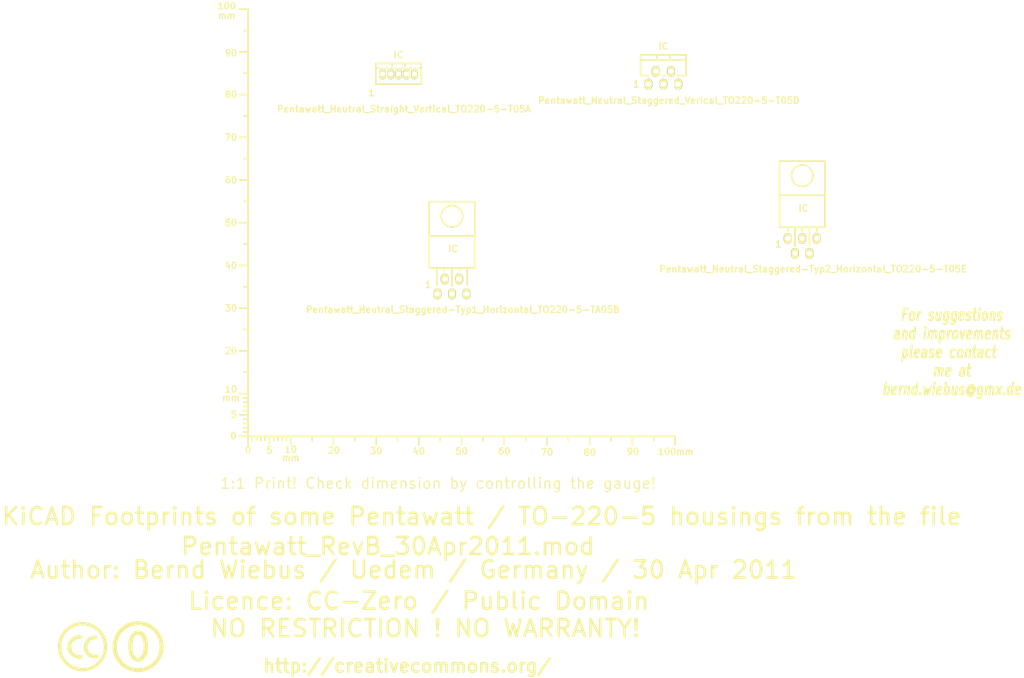
<source format=kicad_pcb>
(kicad_pcb (version 3) (host pcbnew "(2013-03-30 BZR 4007)-stable")

  (general
    (links 0)
    (no_connects 0)
    (area 5.09304 39.804339 263.10494 198.6694)
    (thickness 1.6002)
    (drawings 7)
    (tracks 0)
    (zones 0)
    (modules 7)
    (nets 1)
  )

  (page A4)
  (layers
    (15 Vorderseite signal)
    (0 Rückseite signal)
    (16 B.Adhes user)
    (17 F.Adhes user)
    (18 B.Paste user)
    (19 F.Paste user)
    (20 B.SilkS user)
    (21 F.SilkS user)
    (22 B.Mask user)
    (23 F.Mask user)
    (24 Dwgs.User user)
    (25 Cmts.User user)
    (26 Eco1.User user)
    (27 Eco2.User user)
    (28 Edge.Cuts user)
  )

  (setup
    (last_trace_width 0.2032)
    (trace_clearance 0.254)
    (zone_clearance 0.508)
    (zone_45_only no)
    (trace_min 0.2032)
    (segment_width 0.381)
    (edge_width 0.381)
    (via_size 0.889)
    (via_drill 0.635)
    (via_min_size 0.889)
    (via_min_drill 0.508)
    (uvia_size 0.508)
    (uvia_drill 0.127)
    (uvias_allowed no)
    (uvia_min_size 0.508)
    (uvia_min_drill 0.127)
    (pcb_text_width 0.3048)
    (pcb_text_size 1.524 2.032)
    (mod_edge_width 0.381)
    (mod_text_size 1.524 1.524)
    (mod_text_width 0.3048)
    (pad_size 3.79984 3.79984)
    (pad_drill 3.79984)
    (pad_to_mask_clearance 0.254)
    (aux_axis_origin 0 0)
    (visible_elements 7FFFFFFF)
    (pcbplotparams
      (layerselection 3178497)
      (usegerberextensions true)
      (excludeedgelayer true)
      (linewidth 60)
      (plotframeref false)
      (viasonmask false)
      (mode 1)
      (useauxorigin false)
      (hpglpennumber 1)
      (hpglpenspeed 20)
      (hpglpendiameter 15)
      (hpglpenoverlay 0)
      (psnegative false)
      (psa4output false)
      (plotreference true)
      (plotvalue true)
      (plotothertext true)
      (plotinvisibletext false)
      (padsonsilk false)
      (subtractmaskfromsilk false)
      (outputformat 1)
      (mirror false)
      (drillshape 1)
      (scaleselection 1)
      (outputdirectory ""))
  )

  (net 0 "")

  (net_class Default "Dies ist die voreingestellte Netzklasse."
    (clearance 0.254)
    (trace_width 0.2032)
    (via_dia 0.889)
    (via_drill 0.635)
    (uvia_dia 0.508)
    (uvia_drill 0.127)
    (add_net "")
  )

  (module Gauge_100mm_Type2_SilkScreenTop_RevA_Date22Jun2010 (layer Vorderseite) (tedit 4D963937) (tstamp 4D88F07A)
    (at 81.7499 140.24864)
    (descr "Gauge, Massstab, 100mm, SilkScreenTop, Type 2,")
    (tags "Gauge, Massstab, 100mm, SilkScreenTop, Type 2,")
    (path Gauge_100mm_Type2_SilkScreenTop_RevA_Date22Jun2010)
    (fp_text reference MSC (at 4.0005 8.99922) (layer F.SilkS) hide
      (effects (font (size 1.524 1.524) (thickness 0.3048)))
    )
    (fp_text value Gauge_100mm_Type2_SilkScreenTop_RevA_Date22Jun2010 (at 45.9994 8.99922) (layer F.SilkS) hide
      (effects (font (size 1.524 1.524) (thickness 0.3048)))
    )
    (fp_text user mm (at 9.99998 5.00126) (layer F.SilkS)
      (effects (font (size 1.524 1.524) (thickness 0.3048)))
    )
    (fp_text user mm (at -4.0005 -8.99922) (layer F.SilkS)
      (effects (font (size 1.524 1.524) (thickness 0.3048)))
    )
    (fp_text user mm (at -5.00126 -98.5012) (layer F.SilkS)
      (effects (font (size 1.524 1.524) (thickness 0.3048)))
    )
    (fp_text user 10 (at 10.00506 3.0988) (layer F.SilkS)
      (effects (font (size 1.50114 1.50114) (thickness 0.29972)))
    )
    (fp_text user 0 (at 0.00508 3.19786) (layer F.SilkS)
      (effects (font (size 1.39954 1.50114) (thickness 0.29972)))
    )
    (fp_text user 5 (at 5.0038 3.29946) (layer F.SilkS)
      (effects (font (size 1.50114 1.50114) (thickness 0.29972)))
    )
    (fp_text user 20 (at 20.1041 3.29946) (layer F.SilkS)
      (effects (font (size 1.50114 1.50114) (thickness 0.29972)))
    )
    (fp_text user 30 (at 30.00502 3.39852) (layer F.SilkS)
      (effects (font (size 1.50114 1.50114) (thickness 0.29972)))
    )
    (fp_text user 40 (at 40.005 3.50012) (layer F.SilkS)
      (effects (font (size 1.50114 1.50114) (thickness 0.29972)))
    )
    (fp_text user 50 (at 50.00498 3.50012) (layer F.SilkS)
      (effects (font (size 1.50114 1.50114) (thickness 0.29972)))
    )
    (fp_text user 60 (at 60.00496 3.50012) (layer F.SilkS)
      (effects (font (size 1.50114 1.50114) (thickness 0.29972)))
    )
    (fp_text user 70 (at 70.00494 3.70078) (layer F.SilkS)
      (effects (font (size 1.50114 1.50114) (thickness 0.29972)))
    )
    (fp_text user 80 (at 80.00492 3.79984) (layer F.SilkS)
      (effects (font (size 1.50114 1.50114) (thickness 0.29972)))
    )
    (fp_text user 90 (at 90.1065 3.60172) (layer F.SilkS)
      (effects (font (size 1.50114 1.50114) (thickness 0.29972)))
    )
    (fp_text user 100mm (at 100.10648 3.60172) (layer F.SilkS)
      (effects (font (size 1.50114 1.50114) (thickness 0.29972)))
    )
    (fp_line (start 0 -8.99922) (end -1.00076 -8.99922) (layer F.SilkS) (width 0.381))
    (fp_line (start 0 -8.001) (end -1.00076 -8.001) (layer F.SilkS) (width 0.381))
    (fp_line (start 0 -7.00024) (end -1.00076 -7.00024) (layer F.SilkS) (width 0.381))
    (fp_line (start 0 -5.99948) (end -1.00076 -5.99948) (layer F.SilkS) (width 0.381))
    (fp_line (start 0 -4.0005) (end -1.00076 -4.0005) (layer F.SilkS) (width 0.381))
    (fp_line (start 0 -2.99974) (end -1.00076 -2.99974) (layer F.SilkS) (width 0.381))
    (fp_line (start 0 -1.99898) (end -1.00076 -1.99898) (layer F.SilkS) (width 0.381))
    (fp_line (start 0 -1.00076) (end -1.00076 -1.00076) (layer F.SilkS) (width 0.381))
    (fp_line (start 0 0) (end -1.99898 0) (layer F.SilkS) (width 0.381))
    (fp_line (start 0 -5.00126) (end -1.99898 -5.00126) (layer F.SilkS) (width 0.381))
    (fp_line (start 0 -9.99998) (end -1.99898 -9.99998) (layer F.SilkS) (width 0.381))
    (fp_line (start 0 -15.00124) (end -1.00076 -15.00124) (layer F.SilkS) (width 0.381))
    (fp_line (start 0 -19.99996) (end -1.99898 -19.99996) (layer F.SilkS) (width 0.381))
    (fp_line (start 0 -25.00122) (end -1.00076 -25.00122) (layer F.SilkS) (width 0.381))
    (fp_line (start 0 -29.99994) (end -1.99898 -29.99994) (layer F.SilkS) (width 0.381))
    (fp_line (start 0 -35.0012) (end -1.00076 -35.0012) (layer F.SilkS) (width 0.381))
    (fp_line (start 0 -39.99992) (end -1.99898 -39.99992) (layer F.SilkS) (width 0.381))
    (fp_line (start 0 -45.00118) (end -1.00076 -45.00118) (layer F.SilkS) (width 0.381))
    (fp_line (start 0 -49.9999) (end -1.99898 -49.9999) (layer F.SilkS) (width 0.381))
    (fp_line (start 0 -55.00116) (end -1.00076 -55.00116) (layer F.SilkS) (width 0.381))
    (fp_line (start 0 -59.99988) (end -1.99898 -59.99988) (layer F.SilkS) (width 0.381))
    (fp_line (start 0 -65.00114) (end -1.00076 -65.00114) (layer F.SilkS) (width 0.381))
    (fp_line (start 0 -69.99986) (end -1.99898 -69.99986) (layer F.SilkS) (width 0.381))
    (fp_line (start 0 -75.00112) (end -1.00076 -75.00112) (layer F.SilkS) (width 0.381))
    (fp_line (start 0 -79.99984) (end -1.99898 -79.99984) (layer F.SilkS) (width 0.381))
    (fp_line (start 0 -85.0011) (end -1.00076 -85.0011) (layer F.SilkS) (width 0.381))
    (fp_line (start 0 -89.99982) (end -1.99898 -89.99982) (layer F.SilkS) (width 0.381))
    (fp_line (start 0 -95.00108) (end -1.00076 -95.00108) (layer F.SilkS) (width 0.381))
    (fp_line (start 0 0) (end 0 -99.9998) (layer F.SilkS) (width 0.381))
    (fp_line (start 0 -99.9998) (end -1.99898 -99.9998) (layer F.SilkS) (width 0.381))
    (fp_text user 100 (at -4.99872 -100.7491) (layer F.SilkS)
      (effects (font (size 1.50114 1.50114) (thickness 0.29972)))
    )
    (fp_text user 90 (at -4.0005 -89.7509) (layer F.SilkS)
      (effects (font (size 1.50114 1.50114) (thickness 0.29972)))
    )
    (fp_text user 80 (at -4.0005 -79.99984) (layer F.SilkS)
      (effects (font (size 1.50114 1.50114) (thickness 0.29972)))
    )
    (fp_text user 70 (at -4.0005 -69.99986) (layer F.SilkS)
      (effects (font (size 1.50114 1.50114) (thickness 0.29972)))
    )
    (fp_text user 60 (at -4.0005 -59.99988) (layer F.SilkS)
      (effects (font (size 1.50114 1.50114) (thickness 0.29972)))
    )
    (fp_text user 50 (at -4.0005 -49.9999) (layer F.SilkS)
      (effects (font (size 1.50114 1.50114) (thickness 0.34036)))
    )
    (fp_text user 40 (at -4.0005 -39.99992) (layer F.SilkS)
      (effects (font (size 1.50114 1.50114) (thickness 0.29972)))
    )
    (fp_text user 30 (at -4.0005 -29.99994) (layer F.SilkS)
      (effects (font (size 1.50114 1.50114) (thickness 0.29972)))
    )
    (fp_text user 20 (at -4.0005 -19.99996) (layer F.SilkS)
      (effects (font (size 1.50114 1.50114) (thickness 0.29972)))
    )
    (fp_line (start 95.00108 0) (end 95.00108 1.00076) (layer F.SilkS) (width 0.381))
    (fp_line (start 89.99982 0) (end 89.99982 1.99898) (layer F.SilkS) (width 0.381))
    (fp_line (start 85.0011 0) (end 85.0011 1.00076) (layer F.SilkS) (width 0.381))
    (fp_line (start 79.99984 0) (end 79.99984 1.99898) (layer F.SilkS) (width 0.381))
    (fp_line (start 75.00112 0) (end 75.00112 1.00076) (layer F.SilkS) (width 0.381))
    (fp_line (start 69.99986 0) (end 69.99986 1.99898) (layer F.SilkS) (width 0.381))
    (fp_line (start 65.00114 0) (end 65.00114 1.00076) (layer F.SilkS) (width 0.381))
    (fp_line (start 59.99988 0) (end 59.99988 1.99898) (layer F.SilkS) (width 0.381))
    (fp_line (start 55.00116 0) (end 55.00116 1.00076) (layer F.SilkS) (width 0.381))
    (fp_line (start 49.9999 0) (end 49.9999 1.99898) (layer F.SilkS) (width 0.381))
    (fp_line (start 45.00118 0) (end 45.00118 1.00076) (layer F.SilkS) (width 0.381))
    (fp_line (start 39.99992 0) (end 39.99992 1.99898) (layer F.SilkS) (width 0.381))
    (fp_line (start 35.0012 0) (end 35.0012 1.00076) (layer F.SilkS) (width 0.381))
    (fp_line (start 29.99994 0) (end 29.99994 1.99898) (layer F.SilkS) (width 0.381))
    (fp_line (start 25.00122 0) (end 25.00122 1.00076) (layer F.SilkS) (width 0.381))
    (fp_line (start 19.99996 0) (end 19.99996 1.99898) (layer F.SilkS) (width 0.381))
    (fp_line (start 15.00124 0) (end 15.00124 1.00076) (layer F.SilkS) (width 0.381))
    (fp_line (start 9.99998 0) (end 99.9998 0) (layer F.SilkS) (width 0.381))
    (fp_line (start 99.9998 0) (end 99.9998 1.99898) (layer F.SilkS) (width 0.381))
    (fp_text user 5 (at -3.302 -5.10286) (layer F.SilkS)
      (effects (font (size 1.50114 1.50114) (thickness 0.29972)))
    )
    (fp_text user 0 (at -3.4036 -0.10414) (layer F.SilkS)
      (effects (font (size 1.50114 1.50114) (thickness 0.29972)))
    )
    (fp_text user 10 (at -4.0005 -11.00074) (layer F.SilkS)
      (effects (font (size 1.50114 1.50114) (thickness 0.29972)))
    )
    (fp_line (start 8.99922 0) (end 8.99922 1.00076) (layer F.SilkS) (width 0.381))
    (fp_line (start 8.001 0) (end 8.001 1.00076) (layer F.SilkS) (width 0.381))
    (fp_line (start 7.00024 0) (end 7.00024 1.00076) (layer F.SilkS) (width 0.381))
    (fp_line (start 5.99948 0) (end 5.99948 1.00076) (layer F.SilkS) (width 0.381))
    (fp_line (start 4.0005 0) (end 4.0005 1.00076) (layer F.SilkS) (width 0.381))
    (fp_line (start 2.99974 0) (end 2.99974 1.00076) (layer F.SilkS) (width 0.381))
    (fp_line (start 1.99898 0) (end 1.99898 1.00076) (layer F.SilkS) (width 0.381))
    (fp_line (start 1.00076 0) (end 1.00076 1.00076) (layer F.SilkS) (width 0.381))
    (fp_line (start 5.00126 0) (end 5.00126 1.99898) (layer F.SilkS) (width 0.381))
    (fp_line (start 0 0) (end 0 1.99898) (layer F.SilkS) (width 0.381))
    (fp_line (start 0 0) (end 9.99998 0) (layer F.SilkS) (width 0.381))
    (fp_line (start 9.99998 0) (end 9.99998 1.99898) (layer F.SilkS) (width 0.381))
  )

  (module Pentawatt_Neutral_Straight_Vertical_TO220-5-T05A (layer Vorderseite) (tedit 4DBC26C8) (tstamp 4DBC264F)
    (at 117.00002 55.99938)
    (descr Pentawatt_Neutral_Straight_Vertical_TO220-5-T05A)
    (tags Pentawatt_Neutral_Straight_Vertical_TO220-5-T05A)
    (path Pentawatt_Neutral_Straight_Vertical_TO220-5-T05A)
    (fp_text reference IC (at 0 -5.08) (layer F.SilkS)
      (effects (font (size 1.524 1.524) (thickness 0.3048)))
    )
    (fp_text value Pentawatt_Neutral_Straight_Vertical_TO220-5-T05A (at 1.27 7.62) (layer F.SilkS)
      (effects (font (size 1.524 1.524) (thickness 0.3048)))
    )
    (fp_line (start 4.59994 -1.99898) (end 5.30098 -1.99898) (layer F.SilkS) (width 0.381))
    (fp_line (start 2.60096 -1.99898) (end 2.90068 -1.99898) (layer F.SilkS) (width 0.381))
    (fp_line (start 0.8001 -1.99898) (end 1.00076 -1.99898) (layer F.SilkS) (width 0.381))
    (fp_line (start -0.89916 -1.99898) (end -0.8001 -1.99898) (layer F.SilkS) (width 0.381))
    (fp_line (start -2.79908 -1.99898) (end -2.70002 -1.99898) (layer F.SilkS) (width 0.381))
    (fp_line (start -5.30098 -1.99898) (end -4.59994 -1.99898) (layer F.SilkS) (width 0.381))
    (fp_line (start 1.50114 -2.99974) (end 1.50114 -2.30124) (layer F.SilkS) (width 0.381))
    (fp_line (start -1.50114 -2.99974) (end -1.50114 -2.30124) (layer F.SilkS) (width 0.381))
    (fp_line (start -5.30098 1.80086) (end 5.30098 1.80086) (layer F.SilkS) (width 0.381))
    (fp_text user 1 (at -6.35 3.81) (layer F.SilkS)
      (effects (font (size 1.524 1.524) (thickness 0.3048)))
    )
    (fp_line (start 5.334 -1.905) (end 5.334 1.778) (layer F.SilkS) (width 0.381))
    (fp_line (start -5.334 1.778) (end -5.334 -1.905) (layer F.SilkS) (width 0.381))
    (fp_line (start 5.334 -3.048) (end 5.334 -1.905) (layer F.SilkS) (width 0.381))
    (fp_line (start -5.334 -1.905) (end -5.334 -3.048) (layer F.SilkS) (width 0.381))
    (fp_line (start 0 -3.048) (end -5.334 -3.048) (layer F.SilkS) (width 0.381))
    (fp_line (start 0 -3.048) (end 5.334 -3.048) (layer F.SilkS) (width 0.381))
    (pad 3 thru_hole oval (at 0 -0.59944 90) (size 2.49936 1.50114) (drill 1.09982)
      (layers *.Cu *.Mask F.SilkS)
    )
    (pad 1 thru_hole oval (at -3.70078 -0.59944 90) (size 2.49936 1.50114) (drill 1.09982)
      (layers *.Cu *.Mask F.SilkS)
    )
    (pad 5 thru_hole oval (at 3.70078 -0.59944 90) (size 2.49936 1.50114) (drill 1.09982)
      (layers *.Cu *.Mask F.SilkS)
    )
    (pad 4 thru_hole oval (at 1.80086 -0.59944 90) (size 2.49936 1.50114) (drill 1.09982)
      (layers *.Cu *.Mask F.SilkS)
    )
    (pad 2 thru_hole oval (at -1.80086 -0.59944 90) (size 2.49936 1.50114) (drill 1.09982)
      (layers *.Cu *.Mask F.SilkS)
    )
    (model TO220-5_Pentawatt_Wings3d_RevA_24Oct2012/TO220-5_TO5A_Pentawatt_Vertical_Inline_RevA_Faktor03937_24Oct2012.wrl
      (at (xyz 0 0 0))
      (scale (xyz 0.3937 0.3937 0.3937))
      (rotate (xyz 0 0 0))
    )
  )

  (module Pentawatt_Neutral_Staggered_Verical_TO220-5-T05D (layer Vorderseite) (tedit 4DBC26D0) (tstamp 4DBC2666)
    (at 178.99888 54.0004)
    (descr "Pentawatt, Neutral, Staggered, Verical, TO220-5, T05D,")
    (tags "Pentawatt, Neutral, Staggered, Verical, TO220-5, T05D,")
    (path Pentawatt_Vertical)
    (fp_text reference IC (at 0 -5.08) (layer F.SilkS)
      (effects (font (size 1.524 1.524) (thickness 0.3048)))
    )
    (fp_text value Pentawatt_Neutral_Staggered_Verical_TO220-5-T05D (at 1.27 7.62) (layer F.SilkS)
      (effects (font (size 1.524 1.524) (thickness 0.3048)))
    )
    (fp_text user 1 (at -6.35 3.81) (layer F.SilkS)
      (effects (font (size 1.524 1.524) (thickness 0.3048)))
    )
    (fp_line (start 3.302 1.778) (end 5.334 1.778) (layer F.SilkS) (width 0.381))
    (fp_line (start -0.508 1.778) (end 0.508 1.778) (layer F.SilkS) (width 0.381))
    (fp_line (start -5.334 1.778) (end -3.429 1.778) (layer F.SilkS) (width 0.381))
    (fp_line (start -1.524 -3.048) (end -1.524 -1.905) (layer F.SilkS) (width 0.381))
    (fp_line (start 1.524 -3.048) (end 1.524 -1.905) (layer F.SilkS) (width 0.381))
    (fp_line (start 5.334 -1.905) (end 5.334 1.778) (layer F.SilkS) (width 0.381))
    (fp_line (start -5.334 1.778) (end -5.334 -1.905) (layer F.SilkS) (width 0.381))
    (fp_line (start 5.334 -3.048) (end 5.334 -1.905) (layer F.SilkS) (width 0.381))
    (fp_line (start 5.334 -1.905) (end -5.334 -1.905) (layer F.SilkS) (width 0.381))
    (fp_line (start -5.334 -1.905) (end -5.334 -3.048) (layer F.SilkS) (width 0.381))
    (fp_line (start 0 -3.048) (end -5.334 -3.048) (layer F.SilkS) (width 0.381))
    (fp_line (start 0 -3.048) (end 5.334 -3.048) (layer F.SilkS) (width 0.381))
    (pad 3 thru_hole oval (at 0 3.79984 90) (size 2.49936 1.80086) (drill 1.19888)
      (layers *.Cu *.Mask F.SilkS)
    )
    (pad 1 thru_hole oval (at -3.50012 3.79984 90) (size 2.49936 1.80086) (drill 1.19888)
      (layers *.Cu *.Mask F.SilkS)
    )
    (pad 5 thru_hole oval (at 3.50012 3.79984 90) (size 2.49936 1.80086) (drill 1.19888)
      (layers *.Cu *.Mask F.SilkS)
    )
    (pad 4 thru_hole oval (at 1.80086 0.8001 90) (size 2.49936 1.80086) (drill 1.19888)
      (layers *.Cu *.Mask F.SilkS)
    )
    (pad 2 thru_hole oval (at -1.80086 0.8001 90) (size 2.49936 1.80086) (drill 1.19888)
      (layers *.Cu *.Mask F.SilkS)
    )
    (model TO220-5_Pentawatt_Wings3d_RevA_24Oct2012/TO220-5_TO5D_Pentawatt_Vertical_Staggered_RevA_Faktor03937_24Oct2012.wrl
      (at (xyz 0 0 0))
      (scale (xyz 0.3937 0.3937 0.3937))
      (rotate (xyz 0 0 0))
    )
  )

  (module Symbol_CC-PublicDomain_SilkScreenTop_Big (layer Vorderseite) (tedit 515D641F) (tstamp 515F0B64)
    (at 56 189.5)
    (descr "Symbol, CC-PublicDomain, SilkScreen Top, Big,")
    (tags "Symbol, CC-PublicDomain, SilkScreen Top, Big,")
    (path Symbol_CC-Noncommercial_CopperTop_Big)
    (fp_text reference Sym (at 0.59944 -7.29996) (layer F.SilkS) hide
      (effects (font (size 1.524 1.524) (thickness 0.3048)))
    )
    (fp_text value Symbol_CC-PublicDomain_SilkScreenTop_Big (at 0.59944 8.001) (layer F.SilkS) hide
      (effects (font (size 1.524 1.524) (thickness 0.3048)))
    )
    (fp_circle (center 0 0) (end 5.8 -0.05) (layer F.SilkS) (width 0.381))
    (fp_circle (center 0 0) (end 5.5 0) (layer F.SilkS) (width 0.381))
    (fp_circle (center 0.05 0) (end 5.25 0) (layer F.SilkS) (width 0.381))
    (fp_line (start 1.1 -2.5) (end 1.4 -1.9) (layer F.SilkS) (width 0.381))
    (fp_line (start -1.8 1.2) (end -1.6 1.9) (layer F.SilkS) (width 0.381))
    (fp_line (start -1.6 1.9) (end -1.2 2.5) (layer F.SilkS) (width 0.381))
    (fp_line (start 0 -3) (end 0.75 -2.75) (layer F.SilkS) (width 0.381))
    (fp_line (start 0.75 -2.75) (end 1 -2.25) (layer F.SilkS) (width 0.381))
    (fp_line (start 1 -2.25) (end 1.5 -1) (layer F.SilkS) (width 0.381))
    (fp_line (start 1.5 -1) (end 1.5 -0.5) (layer F.SilkS) (width 0.381))
    (fp_line (start 1.5 -0.5) (end 1.5 0.5) (layer F.SilkS) (width 0.381))
    (fp_line (start 1.5 0.5) (end 1.25 1.5) (layer F.SilkS) (width 0.381))
    (fp_line (start 1.25 1.5) (end 0.75 2.5) (layer F.SilkS) (width 0.381))
    (fp_line (start 0.75 2.5) (end 0.25 2.75) (layer F.SilkS) (width 0.381))
    (fp_line (start 0.25 2.75) (end -0.25 2.75) (layer F.SilkS) (width 0.381))
    (fp_line (start -0.25 2.75) (end -0.75 2.5) (layer F.SilkS) (width 0.381))
    (fp_line (start -0.75 2.5) (end -1.25 1.75) (layer F.SilkS) (width 0.381))
    (fp_line (start -1.25 1.75) (end -1.5 0.75) (layer F.SilkS) (width 0.381))
    (fp_line (start -1.5 0.75) (end -1.5 -0.75) (layer F.SilkS) (width 0.381))
    (fp_line (start -1.5 -0.75) (end -1.25 -1.75) (layer F.SilkS) (width 0.381))
    (fp_line (start -1.25 -1.75) (end -1 -2.5) (layer F.SilkS) (width 0.381))
    (fp_line (start -1 -2.5) (end -0.3 -2.9) (layer F.SilkS) (width 0.381))
    (fp_line (start -0.3 -2.9) (end 0.2 -3) (layer F.SilkS) (width 0.381))
    (fp_line (start 0.2 -3) (end 0.8 -3) (layer F.SilkS) (width 0.381))
    (fp_line (start 0.8 -3) (end 1.4 -2.3) (layer F.SilkS) (width 0.381))
    (fp_line (start 1.4 -2.3) (end 1.6 -1.4) (layer F.SilkS) (width 0.381))
    (fp_line (start 1.6 -1.4) (end 1.7 -0.3) (layer F.SilkS) (width 0.381))
    (fp_line (start 1.7 -0.3) (end 1.7 0.9) (layer F.SilkS) (width 0.381))
    (fp_line (start 1.7 0.9) (end 1.4 1.8) (layer F.SilkS) (width 0.381))
    (fp_line (start 1.4 1.8) (end 1 2.7) (layer F.SilkS) (width 0.381))
    (fp_line (start 1 2.7) (end 0.5 3) (layer F.SilkS) (width 0.381))
    (fp_line (start 0.5 3) (end -0.4 3) (layer F.SilkS) (width 0.381))
    (fp_line (start -0.4 3) (end -1.3 2.3) (layer F.SilkS) (width 0.381))
    (fp_line (start -1.3 2.3) (end -1.7 1) (layer F.SilkS) (width 0.381))
    (fp_line (start -1.7 1) (end -1.8 -0.7) (layer F.SilkS) (width 0.381))
    (fp_line (start -1.8 -0.7) (end -1.4 -2.2) (layer F.SilkS) (width 0.381))
    (fp_line (start -1.4 -2.2) (end -1 -2.9) (layer F.SilkS) (width 0.381))
    (fp_line (start -1 -2.9) (end -0.2 -3.3) (layer F.SilkS) (width 0.381))
    (fp_line (start -0.2 -3.3) (end 0.7 -3.2) (layer F.SilkS) (width 0.381))
    (fp_line (start 0.7 -3.2) (end 1.3 -3.1) (layer F.SilkS) (width 0.381))
    (fp_line (start 1.3 -3.1) (end 1.7 -2.4) (layer F.SilkS) (width 0.381))
    (fp_line (start 1.7 -2.4) (end 2 -1.6) (layer F.SilkS) (width 0.381))
    (fp_line (start 2 -1.6) (end 2.1 -0.6) (layer F.SilkS) (width 0.381))
    (fp_line (start 2.1 -0.6) (end 2.1 0.3) (layer F.SilkS) (width 0.381))
    (fp_line (start 2.1 0.3) (end 2.1 1.3) (layer F.SilkS) (width 0.381))
    (fp_line (start 2.1 1.3) (end 1.9 1.8) (layer F.SilkS) (width 0.381))
    (fp_line (start 1.9 1.8) (end 1.5 2.6) (layer F.SilkS) (width 0.381))
    (fp_line (start 1.5 2.6) (end 1.1 3) (layer F.SilkS) (width 0.381))
    (fp_line (start 1.1 3) (end 0.4 3.3) (layer F.SilkS) (width 0.381))
    (fp_line (start 0.4 3.3) (end -0.1 3.4) (layer F.SilkS) (width 0.381))
    (fp_line (start -0.1 3.4) (end -0.8 3.2) (layer F.SilkS) (width 0.381))
    (fp_line (start -0.8 3.2) (end -1.5 2.6) (layer F.SilkS) (width 0.381))
    (fp_line (start -1.5 2.6) (end -1.9 1.7) (layer F.SilkS) (width 0.381))
    (fp_line (start -1.9 1.7) (end -2.1 0.4) (layer F.SilkS) (width 0.381))
    (fp_line (start -2.1 0.4) (end -2.1 -0.6) (layer F.SilkS) (width 0.381))
    (fp_line (start -2.1 -0.6) (end -2 -1.6) (layer F.SilkS) (width 0.381))
    (fp_line (start -2 -1.6) (end -1.7 -2.4) (layer F.SilkS) (width 0.381))
    (fp_line (start -1.7 -2.4) (end -1.2 -3.1) (layer F.SilkS) (width 0.381))
    (fp_line (start -1.2 -3.1) (end -0.4 -3.6) (layer F.SilkS) (width 0.381))
    (fp_line (start -0.4 -3.6) (end 0.4 -3.6) (layer F.SilkS) (width 0.381))
    (fp_line (start 0.4 -3.6) (end 1.1 -3.2) (layer F.SilkS) (width 0.381))
    (fp_line (start 1.1 -3.2) (end 1.1 -2.9) (layer F.SilkS) (width 0.381))
    (fp_line (start 1.1 -2.9) (end 1.8 -1.5) (layer F.SilkS) (width 0.381))
    (fp_line (start 1.8 -1.5) (end 1.8 -0.4) (layer F.SilkS) (width 0.381))
    (fp_line (start 1.8 -0.4) (end 1.8 1.1) (layer F.SilkS) (width 0.381))
    (fp_line (start 1.8 1.1) (end 1.2 2.6) (layer F.SilkS) (width 0.381))
    (fp_line (start 1.2 2.6) (end 0.2 3.2) (layer F.SilkS) (width 0.381))
    (fp_line (start 0.2 3.2) (end -0.5 3.2) (layer F.SilkS) (width 0.381))
    (fp_line (start -0.5 3.2) (end -1.1 2.7) (layer F.SilkS) (width 0.381))
    (fp_line (start -1.1 2.7) (end -1.9 0.6) (layer F.SilkS) (width 0.381))
    (fp_line (start -1.9 0.6) (end -1.7 -1.9) (layer F.SilkS) (width 0.381))
  )

  (module Symbol_CreativeCommons_SilkScreenTop_Type2_Big (layer Vorderseite) (tedit 515D640C) (tstamp 515D6AF0)
    (at 43 189.5)
    (descr "Symbol, Creative Commons, SilkScreen Top, Type 2, Big,")
    (tags "Symbol, Creative Commons, SilkScreen Top, Type 2, Big,")
    (path Symbol_CreativeCommons_CopperTop_Type2_Big)
    (fp_text reference Sym (at 0.59944 -7.29996) (layer F.SilkS) hide
      (effects (font (size 1.524 1.524) (thickness 0.3048)))
    )
    (fp_text value Symbol_CreativeCommons_Typ2_SilkScreenTop_Big (at 0.59944 8.001) (layer F.SilkS) hide
      (effects (font (size 1.524 1.524) (thickness 0.3048)))
    )
    (fp_line (start -0.70104 2.70002) (end -0.29972 2.60096) (layer F.SilkS) (width 0.381))
    (fp_line (start -0.29972 2.60096) (end -0.20066 2.10058) (layer F.SilkS) (width 0.381))
    (fp_line (start -2.49936 -1.69926) (end -2.70002 -1.6002) (layer F.SilkS) (width 0.381))
    (fp_line (start -2.70002 -1.6002) (end -3.0988 -1.00076) (layer F.SilkS) (width 0.381))
    (fp_line (start -3.0988 -1.00076) (end -3.29946 -0.50038) (layer F.SilkS) (width 0.381))
    (fp_line (start -3.29946 -0.50038) (end -3.40106 0.39878) (layer F.SilkS) (width 0.381))
    (fp_line (start -3.40106 0.39878) (end -3.29946 0.89916) (layer F.SilkS) (width 0.381))
    (fp_line (start -0.19812 2.4003) (end -0.29718 2.59842) (layer F.SilkS) (width 0.381))
    (fp_line (start 3.70078 2.10058) (end 3.79984 2.4003) (layer F.SilkS) (width 0.381))
    (fp_line (start 2.99974 -2.4003) (end 3.29946 -2.30124) (layer F.SilkS) (width 0.381))
    (fp_line (start 3.29946 -2.30124) (end 3.0988 -1.99898) (layer F.SilkS) (width 0.381))
    (fp_line (start 0 -5.40004) (end -0.50038 -5.40004) (layer F.SilkS) (width 0.381))
    (fp_line (start -0.50038 -5.40004) (end -1.30048 -5.10032) (layer F.SilkS) (width 0.381))
    (fp_line (start -1.30048 -5.10032) (end -1.99898 -4.89966) (layer F.SilkS) (width 0.381))
    (fp_line (start -1.99898 -4.89966) (end -2.70002 -4.699) (layer F.SilkS) (width 0.381))
    (fp_line (start -2.70002 -4.699) (end -3.29946 -4.20116) (layer F.SilkS) (width 0.381))
    (fp_line (start -3.29946 -4.20116) (end -4.0005 -3.59918) (layer F.SilkS) (width 0.381))
    (fp_line (start -4.0005 -3.59918) (end -4.50088 -2.99974) (layer F.SilkS) (width 0.381))
    (fp_line (start -4.50088 -2.99974) (end -5.00126 -2.10058) (layer F.SilkS) (width 0.381))
    (fp_line (start -5.00126 -2.10058) (end -5.30098 -1.09982) (layer F.SilkS) (width 0.381))
    (fp_line (start -5.30098 -1.09982) (end -5.40004 0.09906) (layer F.SilkS) (width 0.381))
    (fp_line (start -5.40004 0.09906) (end -5.19938 1.30048) (layer F.SilkS) (width 0.381))
    (fp_line (start -5.19938 1.30048) (end -4.8006 2.4003) (layer F.SilkS) (width 0.381))
    (fp_line (start -4.8006 2.4003) (end -3.79984 3.8989) (layer F.SilkS) (width 0.381))
    (fp_line (start -3.79984 3.8989) (end -2.60096 4.8006) (layer F.SilkS) (width 0.381))
    (fp_line (start -2.60096 4.8006) (end -1.30048 5.30098) (layer F.SilkS) (width 0.381))
    (fp_line (start -1.30048 5.30098) (end 0.09906 5.30098) (layer F.SilkS) (width 0.381))
    (fp_line (start 0.09906 5.30098) (end 1.6002 5.19938) (layer F.SilkS) (width 0.381))
    (fp_line (start 1.6002 5.19938) (end 2.60096 4.699) (layer F.SilkS) (width 0.381))
    (fp_line (start 2.60096 4.699) (end 4.20116 3.40106) (layer F.SilkS) (width 0.381))
    (fp_line (start 4.20116 3.40106) (end 5.00126 1.80086) (layer F.SilkS) (width 0.381))
    (fp_line (start 5.00126 1.80086) (end 5.40004 0.29972) (layer F.SilkS) (width 0.381))
    (fp_line (start 5.40004 0.29972) (end 5.19938 -1.39954) (layer F.SilkS) (width 0.381))
    (fp_line (start 5.19938 -1.39954) (end 4.699 -2.49936) (layer F.SilkS) (width 0.381))
    (fp_line (start 4.699 -2.49936) (end 3.40106 -4.09956) (layer F.SilkS) (width 0.381))
    (fp_line (start 3.40106 -4.09956) (end 2.4003 -4.8006) (layer F.SilkS) (width 0.381))
    (fp_line (start 2.4003 -4.8006) (end 1.39954 -5.19938) (layer F.SilkS) (width 0.381))
    (fp_line (start 1.39954 -5.19938) (end 0 -5.30098) (layer F.SilkS) (width 0.381))
    (fp_line (start 0.60198 -0.70104) (end 0.50292 -0.20066) (layer F.SilkS) (width 0.381))
    (fp_line (start 0.50292 -0.20066) (end 0.50292 0.49784) (layer F.SilkS) (width 0.381))
    (fp_line (start 0.50292 0.49784) (end 0.60198 1.09982) (layer F.SilkS) (width 0.381))
    (fp_line (start 0.60198 1.09982) (end 1.00076 1.69926) (layer F.SilkS) (width 0.381))
    (fp_line (start 1.00076 1.69926) (end 1.50114 2.19964) (layer F.SilkS) (width 0.381))
    (fp_line (start 1.50114 2.19964) (end 2.10058 2.49936) (layer F.SilkS) (width 0.381))
    (fp_line (start 2.10058 2.49936) (end 2.60096 2.59842) (layer F.SilkS) (width 0.381))
    (fp_line (start 2.60096 2.59842) (end 3.00228 2.59842) (layer F.SilkS) (width 0.381))
    (fp_line (start 3.00228 2.59842) (end 3.40106 2.59842) (layer F.SilkS) (width 0.381))
    (fp_line (start 3.40106 2.59842) (end 3.80238 2.49936) (layer F.SilkS) (width 0.381))
    (fp_line (start 3.80238 2.49936) (end 3.70078 2.2987) (layer F.SilkS) (width 0.381))
    (fp_line (start 3.70078 2.2987) (end 2.80162 2.4003) (layer F.SilkS) (width 0.381))
    (fp_line (start 2.80162 2.4003) (end 1.80086 2.09804) (layer F.SilkS) (width 0.381))
    (fp_line (start 1.80086 2.09804) (end 1.20142 1.6002) (layer F.SilkS) (width 0.381))
    (fp_line (start 1.20142 1.6002) (end 0.80264 0.6985) (layer F.SilkS) (width 0.381))
    (fp_line (start 0.80264 0.6985) (end 0.70104 -0.29972) (layer F.SilkS) (width 0.381))
    (fp_line (start 0.70104 -0.29972) (end 1.00076 -1.00076) (layer F.SilkS) (width 0.381))
    (fp_line (start 1.00076 -1.00076) (end 1.60274 -1.7018) (layer F.SilkS) (width 0.381))
    (fp_line (start 1.60274 -1.7018) (end 2.30124 -2.10058) (layer F.SilkS) (width 0.381))
    (fp_line (start 2.30124 -2.10058) (end 3.00228 -2.10058) (layer F.SilkS) (width 0.381))
    (fp_line (start 3.00228 -2.10058) (end 3.10134 -1.89992) (layer F.SilkS) (width 0.381))
    (fp_line (start 3.10134 -1.89992) (end 2.5019 -1.89992) (layer F.SilkS) (width 0.381))
    (fp_line (start 2.5019 -1.89992) (end 1.80086 -1.6002) (layer F.SilkS) (width 0.381))
    (fp_line (start 1.80086 -1.6002) (end 1.30048 -1.00076) (layer F.SilkS) (width 0.381))
    (fp_line (start 1.30048 -1.00076) (end 1.00076 -0.40132) (layer F.SilkS) (width 0.381))
    (fp_line (start 1.00076 -0.40132) (end 1.00076 0.09906) (layer F.SilkS) (width 0.381))
    (fp_line (start 1.00076 0.09906) (end 1.00076 0.6985) (layer F.SilkS) (width 0.381))
    (fp_line (start 1.00076 0.6985) (end 1.30048 1.19888) (layer F.SilkS) (width 0.381))
    (fp_line (start 1.30048 1.19888) (end 1.7018 1.69926) (layer F.SilkS) (width 0.381))
    (fp_line (start 1.7018 1.69926) (end 2.30124 1.99898) (layer F.SilkS) (width 0.381))
    (fp_line (start 2.30124 1.99898) (end 2.90068 2.09804) (layer F.SilkS) (width 0.381))
    (fp_line (start 2.90068 2.09804) (end 3.40106 2.09804) (layer F.SilkS) (width 0.381))
    (fp_line (start 3.40106 2.09804) (end 3.70078 1.99898) (layer F.SilkS) (width 0.381))
    (fp_line (start 3.00228 -2.4003) (end 2.40284 -2.4003) (layer F.SilkS) (width 0.381))
    (fp_line (start 2.40284 -2.4003) (end 2.00152 -2.20218) (layer F.SilkS) (width 0.381))
    (fp_line (start 2.00152 -2.20218) (end 1.50114 -2.00152) (layer F.SilkS) (width 0.381))
    (fp_line (start 1.50114 -2.00152) (end 1.10236 -1.6002) (layer F.SilkS) (width 0.381))
    (fp_line (start 1.10236 -1.6002) (end 0.80264 -1.09982) (layer F.SilkS) (width 0.381))
    (fp_line (start 0.80264 -1.09982) (end 0.60198 -0.70104) (layer F.SilkS) (width 0.381))
    (fp_line (start -0.39878 -1.99898) (end -0.89916 -1.99898) (layer F.SilkS) (width 0.381))
    (fp_line (start -0.89916 -1.99898) (end -1.39954 -1.89738) (layer F.SilkS) (width 0.381))
    (fp_line (start -1.39954 -1.89738) (end -1.89992 -1.59766) (layer F.SilkS) (width 0.381))
    (fp_line (start -1.89992 -1.59766) (end -2.4003 -1.19888) (layer F.SilkS) (width 0.381))
    (fp_line (start -2.4003 -1.30048) (end -2.70002 -0.8001) (layer F.SilkS) (width 0.381))
    (fp_line (start -2.70002 -0.8001) (end -2.79908 -0.29972) (layer F.SilkS) (width 0.381))
    (fp_line (start -2.79908 -0.29972) (end -2.79908 0.20066) (layer F.SilkS) (width 0.381))
    (fp_line (start -2.79908 0.20066) (end -2.59842 1.00076) (layer F.SilkS) (width 0.381))
    (fp_line (start -2.69748 1.00076) (end -2.39776 1.39954) (layer F.SilkS) (width 0.381))
    (fp_line (start -2.29616 1.4986) (end -1.79578 1.89992) (layer F.SilkS) (width 0.381))
    (fp_line (start -1.79578 1.89992) (end -1.29794 2.09804) (layer F.SilkS) (width 0.381))
    (fp_line (start -1.29794 2.09804) (end -0.89662 2.19964) (layer F.SilkS) (width 0.381))
    (fp_line (start -0.89662 2.19964) (end -0.49784 2.19964) (layer F.SilkS) (width 0.381))
    (fp_line (start -0.49784 2.19964) (end -0.19812 2.09804) (layer F.SilkS) (width 0.381))
    (fp_line (start -0.19812 2.09804) (end -0.29718 2.4003) (layer F.SilkS) (width 0.381))
    (fp_line (start -0.29718 2.4003) (end -0.89662 2.49936) (layer F.SilkS) (width 0.381))
    (fp_line (start -0.89662 2.49936) (end -1.59766 2.2987) (layer F.SilkS) (width 0.381))
    (fp_line (start -1.59766 2.2987) (end -2.29616 1.79832) (layer F.SilkS) (width 0.381))
    (fp_line (start -2.29616 1.79832) (end -2.79654 1.29794) (layer F.SilkS) (width 0.381))
    (fp_line (start -2.79908 1.39954) (end -2.99974 0.70104) (layer F.SilkS) (width 0.381))
    (fp_line (start -2.99974 0.70104) (end -3.0988 0) (layer F.SilkS) (width 0.381))
    (fp_line (start -3.0988 0) (end -2.99974 -0.59944) (layer F.SilkS) (width 0.381))
    (fp_line (start -2.99974 -0.8001) (end -2.70002 -1.30048) (layer F.SilkS) (width 0.381))
    (fp_line (start -2.70002 -1.09982) (end -2.19964 -1.6002) (layer F.SilkS) (width 0.381))
    (fp_line (start -2.19964 -1.69926) (end -1.69926 -1.99898) (layer F.SilkS) (width 0.381))
    (fp_line (start -1.69926 -1.99898) (end -1.19888 -2.19964) (layer F.SilkS) (width 0.381))
    (fp_line (start -1.19888 -2.19964) (end -0.6985 -2.19964) (layer F.SilkS) (width 0.381))
    (fp_line (start -0.6985 -2.19964) (end -0.29972 -2.19964) (layer F.SilkS) (width 0.381))
    (fp_line (start -0.29972 -2.19964) (end -0.20066 -2.39776) (layer F.SilkS) (width 0.381))
    (fp_line (start -0.20066 -2.39776) (end -0.59944 -2.49936) (layer F.SilkS) (width 0.381))
    (fp_line (start -0.59944 -2.49936) (end -1.00076 -2.49936) (layer F.SilkS) (width 0.381))
    (fp_line (start -1.00076 -2.49936) (end -1.4986 -2.39776) (layer F.SilkS) (width 0.381))
    (fp_line (start -1.4986 -2.39776) (end -2.10058 -2.09804) (layer F.SilkS) (width 0.381))
    (fp_line (start -2.10058 -2.09804) (end -2.59842 -1.69926) (layer F.SilkS) (width 0.381))
    (fp_line (start -2.59842 -1.6002) (end -3.0988 -0.89916) (layer F.SilkS) (width 0.381))
    (fp_line (start -3.0988 -0.89916) (end -3.29946 -0.29972) (layer F.SilkS) (width 0.381))
    (fp_line (start -3.29946 -0.29972) (end -3.29946 0.40132) (layer F.SilkS) (width 0.381))
    (fp_line (start -3.29946 0.40132) (end -3.2004 1.00076) (layer F.SilkS) (width 0.381))
    (fp_line (start -3.29946 0.8001) (end -2.99974 1.39954) (layer F.SilkS) (width 0.381))
    (fp_line (start -2.89814 1.4986) (end -2.49682 1.99898) (layer F.SilkS) (width 0.381))
    (fp_line (start -2.49682 1.99898) (end -1.89738 2.4003) (layer F.SilkS) (width 0.381))
    (fp_line (start -1.89738 2.4003) (end -1.19634 2.59842) (layer F.SilkS) (width 0.381))
    (fp_line (start -1.19634 2.59842) (end -0.69596 2.70002) (layer F.SilkS) (width 0.381))
    (fp_line (start -2.9972 1.19888) (end -2.59842 1.19888) (layer F.SilkS) (width 0.381))
    (fp_circle (center 0 0) (end 5.08 1.016) (layer F.SilkS) (width 0.381))
    (fp_circle (center 0 0) (end 5.588 0) (layer F.SilkS) (width 0.381))
  )

  (module Pentawatt_Neutral_Staggered-Typ1_Horizontal_TO220-5-TA05B (layer Vorderseite) (tedit 51B075D4) (tstamp 51B078ED)
    (at 129.5 105.5)
    (descr "Pentawatt, Neutral, Staggered Typ 1, Horizontal, TO220-5, TA05B,")
    (tags "Pentawatt, Neutral, Staggered Typ 1, Horizontal, TO220-5, TA05B,")
    (fp_text reference IC (at 0.254 -9.144) (layer F.SilkS)
      (effects (font (size 1.524 1.524) (thickness 0.3048)))
    )
    (fp_text value Pentawatt_Neutral_Staggered-Typ1_Horizontal_TO220-5-TA05B (at 2.54 5.08) (layer F.SilkS)
      (effects (font (size 1.524 1.524) (thickness 0.3048)))
    )
    (fp_text user 1 (at -5.588 -0.762) (layer F.SilkS)
      (effects (font (size 1.524 1.524) (thickness 0.3048)))
    )
    (fp_line (start 0 -4.572) (end 0 -0.508) (layer F.SilkS) (width 0.381))
    (fp_line (start -3.556 -4.826) (end -3.556 -0.508) (layer F.SilkS) (width 0.381))
    (fp_line (start 3.556 -4.826) (end 3.556 -0.762) (layer F.SilkS) (width 0.381))
    (fp_line (start 1.778 -4.572) (end 1.778 -4.064) (layer F.SilkS) (width 0.381))
    (fp_line (start -1.778 -4.572) (end -1.778 -4.064) (layer F.SilkS) (width 0.381))
    (fp_line (start -5.30098 -4.699) (end -5.30098 -12.30122) (layer F.SilkS) (width 0.381))
    (fp_line (start 5.30098 -12.19962) (end 5.30098 -4.699) (layer F.SilkS) (width 0.381))
    (fp_line (start -5.30098 -4.699) (end 5.30098 -4.699) (layer F.SilkS) (width 0.381))
    (fp_circle (center 0 -16.764) (end 1.778 -14.986) (layer F.SilkS) (width 0.381))
    (fp_line (start 5.334 -12.192) (end 5.334 -20.193) (layer F.SilkS) (width 0.381))
    (fp_line (start 5.334 -20.193) (end -5.334 -20.193) (layer F.SilkS) (width 0.381))
    (fp_line (start -5.334 -20.193) (end -5.334 -12.192) (layer F.SilkS) (width 0.381))
    (fp_line (start 5.334 -12.192) (end -5.334 -12.192) (layer F.SilkS) (width 0.381))
    (pad 3 thru_hole oval (at 0 1.39954 90) (size 2.49936 1.80086) (drill 1.19888)
      (layers *.Cu *.Mask F.SilkS)
    )
    (pad 1 thru_hole oval (at -3.40106 1.39954 90) (size 2.49936 1.80086) (drill 1.19888)
      (layers *.Cu *.Mask F.SilkS)
    )
    (pad 5 thru_hole oval (at 3.40106 1.39954 90) (size 2.49936 1.80086) (drill 1.19888)
      (layers *.Cu *.Mask F.SilkS)
    )
    (pad "" np_thru_hole circle (at 0 -16.764 90) (size 3.79984 3.79984) (drill 3.79984)
      (layers *.Cu *.Mask F.SilkS)
    )
    (pad 2 thru_hole oval (at -1.69926 -2.10058 90) (size 2.49936 1.80086) (drill 1.19888)
      (layers *.Cu *.Mask F.SilkS)
    )
    (pad 4 thru_hole oval (at 1.69926 -2.10058 90) (size 2.49936 1.80086) (drill 1.19888)
      (layers *.Cu *.Mask F.SilkS)
    )
    (model TO220-5_Pentawatt_Wings3d_RevA_24Oct2012/TO220-5_TO5B_Pentawatt_Horizontal_Staggered_RevA_Faktor03937_24Oct2012.wrl
      (at (xyz 0 0 0))
      (scale (xyz 0.3937 0.3937 0.3937))
      (rotate (xyz 0 0 0))
    )
  )

  (module Pentawatt_Neutral_Staggered-Typ2_Horizontal_TO220-5-T05E (layer Vorderseite) (tedit 51B075F1) (tstamp 51B079A5)
    (at 211.5 96)
    (descr "Pentawatt, Neutral, Staggered Typ 2, Horizontal, TO220-5, T05E,")
    (tags "Pentawatt, Neutral, Staggered Typ 2, Horizontal, TO220-5, T05E,")
    (path Pentawatt_Neutral_Staggered-Typ2_Horizontal_TO220-5-T05E)
    (fp_text reference IC (at 0.254 -9.144) (layer F.SilkS)
      (effects (font (size 1.524 1.524) (thickness 0.3048)))
    )
    (fp_text value Pentawatt_Neutral_Staggered-Typ2_Horizontal_TO220-5-T05E (at 2.54 5.08) (layer F.SilkS)
      (effects (font (size 1.524 1.524) (thickness 0.3048)))
    )
    (fp_line (start 1.69926 -0.29972) (end 1.69926 -4.699) (layer F.SilkS) (width 0.381))
    (fp_line (start -1.69926 -0.29972) (end -1.69926 -4.699) (layer F.SilkS) (width 0.381))
    (fp_line (start 0 -3.79984) (end 0 -4.699) (layer F.SilkS) (width 0.381))
    (fp_line (start 3.50012 -3.79984) (end 3.50012 -4.699) (layer F.SilkS) (width 0.381))
    (fp_line (start -3.40106 -3.79984) (end -3.40106 -4.699) (layer F.SilkS) (width 0.381))
    (fp_text user 1 (at -5.588 -0.762) (layer F.SilkS)
      (effects (font (size 1.524 1.524) (thickness 0.3048)))
    )
    (fp_line (start -5.30098 -4.699) (end -5.30098 -12.30122) (layer F.SilkS) (width 0.381))
    (fp_line (start 5.30098 -12.19962) (end 5.30098 -4.699) (layer F.SilkS) (width 0.381))
    (fp_line (start -5.30098 -4.699) (end 5.30098 -4.699) (layer F.SilkS) (width 0.381))
    (fp_circle (center 0 -16.764) (end 1.778 -14.986) (layer F.SilkS) (width 0.381))
    (fp_line (start 5.334 -12.192) (end 5.334 -20.193) (layer F.SilkS) (width 0.381))
    (fp_line (start 5.334 -20.193) (end -5.334 -20.193) (layer F.SilkS) (width 0.381))
    (fp_line (start -5.334 -20.193) (end -5.334 -12.192) (layer F.SilkS) (width 0.381))
    (fp_line (start 5.334 -12.192) (end -5.334 -12.192) (layer F.SilkS) (width 0.381))
    (pad 3 thru_hole oval (at 0 -2.10058 90) (size 2.49936 1.80086) (drill 1.19888)
      (layers *.Cu *.Mask F.SilkS)
    )
    (pad 1 thru_hole oval (at -3.40106 -2.10058 90) (size 2.49936 1.80086) (drill 1.19888)
      (layers *.Cu *.Mask F.SilkS)
    )
    (pad 5 thru_hole oval (at 3.40106 -2.10058 90) (size 2.49936 1.80086) (drill 1.19888)
      (layers *.Cu *.Mask F.SilkS)
    )
    (pad "" np_thru_hole circle (at 0 -16.764 90) (size 3.79984 3.79984) (drill 3.79984)
      (layers *.Cu *.Mask F.SilkS)
    )
    (pad 2 thru_hole oval (at -1.69926 1.39954 90) (size 2.49936 1.80086) (drill 1.19888)
      (layers *.Cu *.Mask F.SilkS)
    )
    (pad 4 thru_hole oval (at 1.69926 1.39954 90) (size 2.49936 1.80086) (drill 1.19888)
      (layers *.Cu *.Mask F.SilkS)
    )
    (model TO220-5_Pentawatt_Wings3d_RevA_24Oct2012/TO220-5_TO5E_Pentawatt_Horizontal_Staggered_RevA_Faktor03937_24Oct2012.wrl
      (at (xyz 0 0 0))
      (scale (xyz 0.3937 0.3937 0.3937))
      (rotate (xyz 0 0 0))
    )
  )

  (gr_text "1:1 Print! Check dimension by controlling the gauge!" (at 126.24816 151.24938) (layer F.SilkS)
    (effects (font (size 2.49936 2.49936) (thickness 0.29972)))
  )
  (gr_text "Author: Bernd Wiebus / Uedem / Germany / 30 Apr 2011" (at 120.5 171.5) (layer F.SilkS)
    (effects (font (size 4.0005 4.0005) (thickness 0.59944)))
  )
  (gr_text Pentawatt_RevB_30Apr2011.mod (at 114.5 166) (layer F.SilkS)
    (effects (font (size 4.0005 4.0005) (thickness 0.59944)))
  )
  (gr_text "KiCAD Footprints of some Pentawatt / TO-220-5 housings from the file " (at 138.00074 158.99892) (layer F.SilkS)
    (effects (font (size 4.0005 4.0005) (thickness 0.59944)))
  )
  (gr_text http://creativecommons.org/ (at 119 194) (layer F.SilkS)
    (effects (font (size 3 3) (thickness 0.6)))
  )
  (gr_text "Licence: CC-Zero / Public Domain \nNO RESTRICTION ! NO WARRANTY!" (at 123.2501 182.00064) (layer F.SilkS)
    (effects (font (size 4.0005 4.0005) (thickness 0.59944)))
  )
  (gr_text "For suggestions\nand improvements\nplease contact \nme at\nbernd.wiebus@gmx.de" (at 246.5 120.5) (layer F.SilkS)
    (effects (font (size 2.70002 1.99898) (thickness 0.50038) italic))
  )

)

</source>
